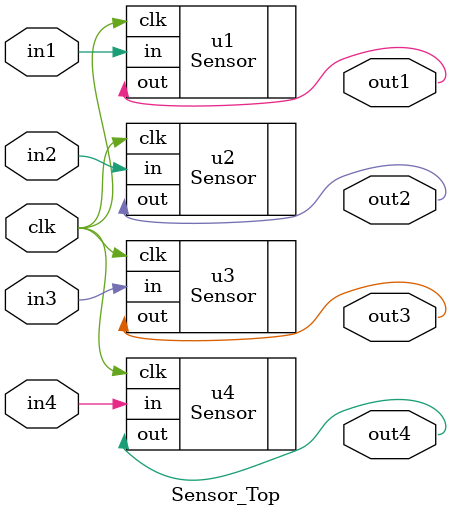
<source format=v>
`timescale 1ns / 1ps

module Sensor_Top(
 clk,
       in1,
       in2,
       in3,
       in4,
       out1,
       out2,
       out3,
       out4
   );
 input clk;
 input in1;
 input in2;
 input in3;
 input in4;
 output  out1;
 output  out2;
 output  out3;
 output  out4;

Sensor u1(
       .clk(clk),
       .in(in1),
       .out(out1)
            );
            
Sensor u2(
        .clk(clk),
        .in(in2),
        .out(out2)
         );
         
Sensor u3(
        .clk(clk),
        .in(in3),
        .out(out3)
        );
                              
Sensor u4(
         .clk(clk),
         .in(in4),
         .out(out4)
         );
endmodule
</source>
